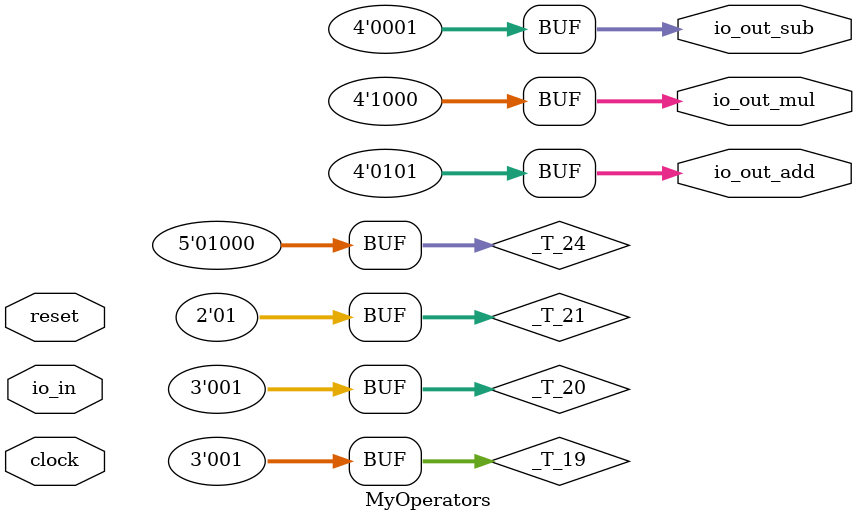
<source format=v>
module MyOperators( // @[:@3.2]
  input        clock, // @[:@4.4]
  input        reset, // @[:@5.4]
  input  [3:0] io_in, // @[:@6.4]
  output [3:0] io_out_add, // @[:@6.4]
  output [3:0] io_out_sub, // @[:@6.4]
  output [3:0] io_out_mul // @[:@6.4]
);
  wire [2:0] _T_19; // @[MyOperators.scala 12:21:@11.4]
  wire [2:0] _T_20; // @[MyOperators.scala 12:21:@12.4]
  wire [1:0] _T_21; // @[MyOperators.scala 12:21:@13.4]
  wire [4:0] _T_24; // @[MyOperators.scala 13:21:@15.4]
  assign _T_19 = 2'h2 - 2'h1; // @[MyOperators.scala 12:21:@11.4]
  assign _T_20 = $unsigned(_T_19); // @[MyOperators.scala 12:21:@12.4]
  assign _T_21 = _T_20[1:0]; // @[MyOperators.scala 12:21:@13.4]
  assign _T_24 = 3'h4 * 3'h2; // @[MyOperators.scala 13:21:@15.4]
  assign io_out_add = 4'h5; // @[MyOperators.scala 11:14:@10.4]
  assign io_out_sub = {{2'd0}, _T_21}; // @[MyOperators.scala 12:14:@14.4]
  assign io_out_mul = _T_24[3:0]; // @[MyOperators.scala 13:14:@16.4]
endmodule

</source>
